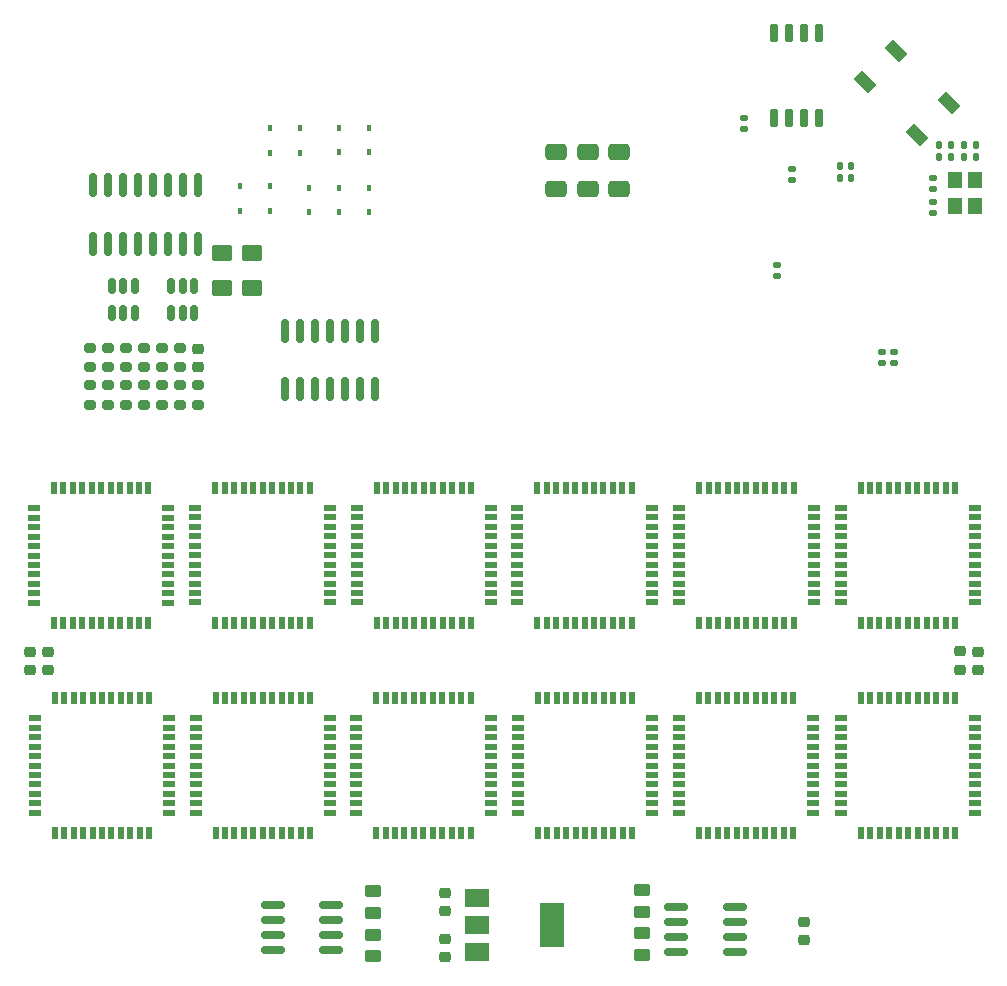
<source format=gbp>
G04 #@! TF.GenerationSoftware,KiCad,Pcbnew,(7.0.0-rc1-358-g86c12d35b4)*
G04 #@! TF.CreationDate,2023-05-11T11:50:55-07:00*
G04 #@! TF.ProjectId,Jumperless2,4a756d70-6572-46c6-9573-73322e6b6963,rev?*
G04 #@! TF.SameCoordinates,Original*
G04 #@! TF.FileFunction,Paste,Bot*
G04 #@! TF.FilePolarity,Positive*
%FSLAX46Y46*%
G04 Gerber Fmt 4.6, Leading zero omitted, Abs format (unit mm)*
G04 Created by KiCad (PCBNEW (7.0.0-rc1-358-g86c12d35b4)) date 2023-05-11 11:50:55*
%MOMM*%
%LPD*%
G01*
G04 APERTURE LIST*
G04 Aperture macros list*
%AMRoundRect*
0 Rectangle with rounded corners*
0 $1 Rounding radius*
0 $2 $3 $4 $5 $6 $7 $8 $9 X,Y pos of 4 corners*
0 Add a 4 corners polygon primitive as box body*
4,1,4,$2,$3,$4,$5,$6,$7,$8,$9,$2,$3,0*
0 Add four circle primitives for the rounded corners*
1,1,$1+$1,$2,$3*
1,1,$1+$1,$4,$5*
1,1,$1+$1,$6,$7*
1,1,$1+$1,$8,$9*
0 Add four rect primitives between the rounded corners*
20,1,$1+$1,$2,$3,$4,$5,0*
20,1,$1+$1,$4,$5,$6,$7,0*
20,1,$1+$1,$6,$7,$8,$9,0*
20,1,$1+$1,$8,$9,$2,$3,0*%
%AMRotRect*
0 Rectangle, with rotation*
0 The origin of the aperture is its center*
0 $1 length*
0 $2 width*
0 $3 Rotation angle, in degrees counterclockwise*
0 Add horizontal line*
21,1,$1,$2,0,0,$3*%
G04 Aperture macros list end*
%ADD10RoundRect,0.140000X-0.170000X0.140000X-0.170000X-0.140000X0.170000X-0.140000X0.170000X0.140000X0*%
%ADD11RoundRect,0.250000X-0.450000X0.262500X-0.450000X-0.262500X0.450000X-0.262500X0.450000X0.262500X0*%
%ADD12RoundRect,0.250001X0.624999X-0.462499X0.624999X0.462499X-0.624999X0.462499X-0.624999X-0.462499X0*%
%ADD13RoundRect,0.250000X0.650000X-0.412500X0.650000X0.412500X-0.650000X0.412500X-0.650000X-0.412500X0*%
%ADD14RoundRect,0.200000X0.275000X-0.200000X0.275000X0.200000X-0.275000X0.200000X-0.275000X-0.200000X0*%
%ADD15R,0.450000X0.600000*%
%ADD16R,1.000000X0.500000*%
%ADD17R,0.500000X1.000000*%
%ADD18RoundRect,0.140000X0.170000X-0.140000X0.170000X0.140000X-0.170000X0.140000X-0.170000X-0.140000X0*%
%ADD19RoundRect,0.150000X0.150000X-0.512500X0.150000X0.512500X-0.150000X0.512500X-0.150000X-0.512500X0*%
%ADD20RoundRect,0.140000X-0.140000X-0.170000X0.140000X-0.170000X0.140000X0.170000X-0.140000X0.170000X0*%
%ADD21RoundRect,0.200000X-0.275000X0.200000X-0.275000X-0.200000X0.275000X-0.200000X0.275000X0.200000X0*%
%ADD22RotRect,1.700000X1.000000X135.000000*%
%ADD23RoundRect,0.225000X-0.250000X0.225000X-0.250000X-0.225000X0.250000X-0.225000X0.250000X0.225000X0*%
%ADD24RoundRect,0.225000X0.250000X-0.225000X0.250000X0.225000X-0.250000X0.225000X-0.250000X-0.225000X0*%
%ADD25R,1.200000X1.400000*%
%ADD26RoundRect,0.150000X-0.150000X0.825000X-0.150000X-0.825000X0.150000X-0.825000X0.150000X0.825000X0*%
%ADD27RoundRect,0.140000X0.140000X0.170000X-0.140000X0.170000X-0.140000X-0.170000X0.140000X-0.170000X0*%
%ADD28RoundRect,0.150000X-0.150000X0.650000X-0.150000X-0.650000X0.150000X-0.650000X0.150000X0.650000X0*%
%ADD29RoundRect,0.135000X-0.135000X-0.185000X0.135000X-0.185000X0.135000X0.185000X-0.135000X0.185000X0*%
%ADD30RoundRect,0.150000X0.825000X0.150000X-0.825000X0.150000X-0.825000X-0.150000X0.825000X-0.150000X0*%
%ADD31R,2.000000X1.500000*%
%ADD32R,2.000000X3.800000*%
%ADD33RoundRect,0.250000X-0.650000X0.412500X-0.650000X-0.412500X0.650000X-0.412500X0.650000X0.412500X0*%
G04 APERTURE END LIST*
D10*
G04 #@! TO.C,C12*
X96190000Y-114046000D03*
X96190000Y-115006000D03*
G04 #@! TD*
G04 #@! TO.C,C17*
X100254000Y-118392000D03*
X100254000Y-119352000D03*
G04 #@! TD*
D11*
G04 #@! TO.C,R20*
X87554000Y-183110500D03*
X87554000Y-184935500D03*
G04 #@! TD*
D12*
G04 #@! TO.C,F1*
X51994000Y-128487500D03*
X51994000Y-125512500D03*
G04 #@! TD*
D13*
G04 #@! TO.C,C6*
X80315000Y-120053500D03*
X80315000Y-116928500D03*
G04 #@! TD*
D14*
G04 #@! TO.C,R16*
X48438000Y-135191000D03*
X48438000Y-133541000D03*
G04 #@! TD*
D15*
G04 #@! TO.C,D62*
X61899999Y-116990999D03*
X61899999Y-114890999D03*
G04 #@! TD*
G04 #@! TO.C,D66*
X56057999Y-121953999D03*
X56057999Y-119853999D03*
G04 #@! TD*
D16*
G04 #@! TO.C,F5*
X61185999Y-164894999D03*
X61185999Y-165694999D03*
X61185999Y-166494999D03*
X61185999Y-167294999D03*
X61185999Y-168094999D03*
X61185999Y-168894999D03*
X61185999Y-169694999D03*
X61185999Y-170494999D03*
X61185999Y-171294999D03*
X61185999Y-172094999D03*
X61185999Y-172894999D03*
D17*
X59485999Y-174594999D03*
X58685999Y-174594999D03*
X57885999Y-174594999D03*
X57085999Y-174594999D03*
X56285999Y-174594999D03*
X55485999Y-174594999D03*
X54685999Y-174594999D03*
X53885999Y-174594999D03*
X53085999Y-174594999D03*
X52285999Y-174594999D03*
X51485999Y-174594999D03*
D16*
X49785999Y-172894999D03*
X49785999Y-172094999D03*
X49785999Y-171294999D03*
X49785999Y-170494999D03*
X49785999Y-169694999D03*
X49785999Y-168894999D03*
X49785999Y-168094999D03*
X49785999Y-167294999D03*
X49785999Y-166494999D03*
X49785999Y-165694999D03*
X49785999Y-164894999D03*
D17*
X51485999Y-163194999D03*
X52285999Y-163194999D03*
X53085999Y-163194999D03*
X53885999Y-163194999D03*
X54685999Y-163194999D03*
X55485999Y-163194999D03*
X56285999Y-163194999D03*
X57085999Y-163194999D03*
X57885999Y-163194999D03*
X58685999Y-163194999D03*
X59485999Y-163194999D03*
G04 #@! TD*
D11*
G04 #@! TO.C,R4*
X87554000Y-179451000D03*
X87554000Y-181276000D03*
G04 #@! TD*
G04 #@! TO.C,R21*
X64850000Y-183237500D03*
X64850000Y-185062500D03*
G04 #@! TD*
D14*
G04 #@! TO.C,R13*
X46914000Y-138366000D03*
X46914000Y-136716000D03*
G04 #@! TD*
G04 #@! TO.C,R11*
X42342000Y-135191000D03*
X42342000Y-133541000D03*
G04 #@! TD*
D18*
G04 #@! TO.C,C10*
X112192000Y-120114000D03*
X112192000Y-119154000D03*
G04 #@! TD*
D19*
G04 #@! TO.C,U5*
X49642000Y-130556000D03*
X48692000Y-130556000D03*
X47742000Y-130556000D03*
X47742000Y-128281000D03*
X48692000Y-128281000D03*
X49642000Y-128281000D03*
G04 #@! TD*
D20*
G04 #@! TO.C,C14*
X112756000Y-116332000D03*
X113716000Y-116332000D03*
G04 #@! TD*
D16*
G04 #@! TO.C,I1*
X74823999Y-147091599D03*
X74823999Y-147891599D03*
X74823999Y-148691599D03*
X74823999Y-149491599D03*
X74823999Y-150291599D03*
X74823999Y-151091599D03*
X74823999Y-151891599D03*
X74823999Y-152691599D03*
X74823999Y-153491599D03*
X74823999Y-154291599D03*
X74823999Y-155091599D03*
D17*
X73123999Y-156791599D03*
X72323999Y-156791599D03*
X71523999Y-156791599D03*
X70723999Y-156791599D03*
X69923999Y-156791599D03*
X69123999Y-156791599D03*
X68323999Y-156791599D03*
X67523999Y-156791599D03*
X66723999Y-156791599D03*
X65923999Y-156791599D03*
X65123999Y-156791599D03*
D16*
X63423999Y-155091599D03*
X63423999Y-154291599D03*
X63423999Y-153491599D03*
X63423999Y-152691599D03*
X63423999Y-151891599D03*
X63423999Y-151091599D03*
X63423999Y-150291599D03*
X63423999Y-149491599D03*
X63423999Y-148691599D03*
X63423999Y-147891599D03*
X63423999Y-147091599D03*
D17*
X65123999Y-145391599D03*
X65923999Y-145391599D03*
X66723999Y-145391599D03*
X67523999Y-145391599D03*
X68323999Y-145391599D03*
X69123999Y-145391599D03*
X69923999Y-145391599D03*
X70723999Y-145391599D03*
X71523999Y-145391599D03*
X72323999Y-145391599D03*
X73123999Y-145391599D03*
G04 #@! TD*
D11*
G04 #@! TO.C,R1*
X64821000Y-179554500D03*
X64821000Y-181379500D03*
G04 #@! TD*
D21*
G04 #@! TO.C,R17*
X46914000Y-133541000D03*
X46914000Y-135191000D03*
G04 #@! TD*
D22*
G04 #@! TO.C,SW1*
X113578488Y-112821682D03*
X109123716Y-108366910D03*
X110891482Y-115508688D03*
X106436710Y-111053916D03*
G04 #@! TD*
D14*
G04 #@! TO.C,R7*
X43866000Y-135191000D03*
X43866000Y-133541000D03*
G04 #@! TD*
D16*
G04 #@! TO.C,D70*
X115795999Y-147089599D03*
X115795999Y-147889599D03*
X115795999Y-148689599D03*
X115795999Y-149489599D03*
X115795999Y-150289599D03*
X115795999Y-151089599D03*
X115795999Y-151889599D03*
X115795999Y-152689599D03*
X115795999Y-153489599D03*
X115795999Y-154289599D03*
X115795999Y-155089599D03*
D17*
X114095999Y-156789599D03*
X113295999Y-156789599D03*
X112495999Y-156789599D03*
X111695999Y-156789599D03*
X110895999Y-156789599D03*
X110095999Y-156789599D03*
X109295999Y-156789599D03*
X108495999Y-156789599D03*
X107695999Y-156789599D03*
X106895999Y-156789599D03*
X106095999Y-156789599D03*
D16*
X104395999Y-155089599D03*
X104395999Y-154289599D03*
X104395999Y-153489599D03*
X104395999Y-152689599D03*
X104395999Y-151889599D03*
X104395999Y-151089599D03*
X104395999Y-150289599D03*
X104395999Y-149489599D03*
X104395999Y-148689599D03*
X104395999Y-147889599D03*
X104395999Y-147089599D03*
D17*
X106095999Y-145389599D03*
X106895999Y-145389599D03*
X107695999Y-145389599D03*
X108495999Y-145389599D03*
X109295999Y-145389599D03*
X110095999Y-145389599D03*
X110895999Y-145389599D03*
X111695999Y-145389599D03*
X112495999Y-145389599D03*
X113295999Y-145389599D03*
X114095999Y-145389599D03*
G04 #@! TD*
D19*
G04 #@! TO.C,U3*
X44628000Y-130556000D03*
X43678000Y-130556000D03*
X42728000Y-130556000D03*
X42728000Y-128281000D03*
X43678000Y-128281000D03*
X44628000Y-128281000D03*
G04 #@! TD*
D23*
G04 #@! TO.C,C8*
X70917000Y-183555000D03*
X70917000Y-185105000D03*
G04 #@! TD*
D16*
G04 #@! TO.C,L1*
X88427999Y-147091599D03*
X88427999Y-147891599D03*
X88427999Y-148691599D03*
X88427999Y-149491599D03*
X88427999Y-150291599D03*
X88427999Y-151091599D03*
X88427999Y-151891599D03*
X88427999Y-152691599D03*
X88427999Y-153491599D03*
X88427999Y-154291599D03*
X88427999Y-155091599D03*
D17*
X86727999Y-156791599D03*
X85927999Y-156791599D03*
X85127999Y-156791599D03*
X84327999Y-156791599D03*
X83527999Y-156791599D03*
X82727999Y-156791599D03*
X81927999Y-156791599D03*
X81127999Y-156791599D03*
X80327999Y-156791599D03*
X79527999Y-156791599D03*
X78727999Y-156791599D03*
D16*
X77027999Y-155091599D03*
X77027999Y-154291599D03*
X77027999Y-153491599D03*
X77027999Y-152691599D03*
X77027999Y-151891599D03*
X77027999Y-151091599D03*
X77027999Y-150291599D03*
X77027999Y-149491599D03*
X77027999Y-148691599D03*
X77027999Y-147891599D03*
X77027999Y-147091599D03*
D17*
X78727999Y-145391599D03*
X79527999Y-145391599D03*
X80327999Y-145391599D03*
X81127999Y-145391599D03*
X81927999Y-145391599D03*
X82727999Y-145391599D03*
X83527999Y-145391599D03*
X84327999Y-145391599D03*
X85127999Y-145391599D03*
X85927999Y-145391599D03*
X86727999Y-145391599D03*
G04 #@! TD*
D10*
G04 #@! TO.C,C21*
X107874000Y-133886000D03*
X107874000Y-134846000D03*
G04 #@! TD*
D15*
G04 #@! TO.C,D68*
X64439999Y-119970999D03*
X64439999Y-122070999D03*
G04 #@! TD*
D24*
G04 #@! TO.C,C23*
X49962000Y-135141000D03*
X49962000Y-133591000D03*
G04 #@! TD*
D25*
G04 #@! TO.C,Y1*
X114096999Y-121538999D03*
X114096999Y-119338999D03*
X115796999Y-119338999D03*
X115796999Y-121538999D03*
G04 #@! TD*
D26*
G04 #@! TO.C,U7*
X57328000Y-132080000D03*
X58598000Y-132080000D03*
X59868000Y-132080000D03*
X61138000Y-132080000D03*
X62408000Y-132080000D03*
X63678000Y-132080000D03*
X64948000Y-132080000D03*
X64948000Y-137030000D03*
X63678000Y-137030000D03*
X62408000Y-137030000D03*
X61138000Y-137030000D03*
X59868000Y-137030000D03*
X58598000Y-137030000D03*
X57328000Y-137030000D03*
G04 #@! TD*
D15*
G04 #@! TO.C,D61*
X64439999Y-114890999D03*
X64439999Y-116990999D03*
G04 #@! TD*
D26*
G04 #@! TO.C,U10*
X41072000Y-119764000D03*
X42342000Y-119764000D03*
X43612000Y-119764000D03*
X44882000Y-119764000D03*
X46152000Y-119764000D03*
X47422000Y-119764000D03*
X48692000Y-119764000D03*
X49962000Y-119764000D03*
X49962000Y-124714000D03*
X48692000Y-124714000D03*
X47422000Y-124714000D03*
X46152000Y-124714000D03*
X44882000Y-124714000D03*
X43612000Y-124714000D03*
X42342000Y-124714000D03*
X41072000Y-124714000D03*
G04 #@! TD*
D27*
G04 #@! TO.C,C9*
X105306000Y-119126000D03*
X104346000Y-119126000D03*
G04 #@! TD*
D16*
G04 #@! TO.C,J6*
X74775999Y-164894999D03*
X74775999Y-165694999D03*
X74775999Y-166494999D03*
X74775999Y-167294999D03*
X74775999Y-168094999D03*
X74775999Y-168894999D03*
X74775999Y-169694999D03*
X74775999Y-170494999D03*
X74775999Y-171294999D03*
X74775999Y-172094999D03*
X74775999Y-172894999D03*
D17*
X73075999Y-174594999D03*
X72275999Y-174594999D03*
X71475999Y-174594999D03*
X70675999Y-174594999D03*
X69875999Y-174594999D03*
X69075999Y-174594999D03*
X68275999Y-174594999D03*
X67475999Y-174594999D03*
X66675999Y-174594999D03*
X65875999Y-174594999D03*
X65075999Y-174594999D03*
D16*
X63375999Y-172894999D03*
X63375999Y-172094999D03*
X63375999Y-171294999D03*
X63375999Y-170494999D03*
X63375999Y-169694999D03*
X63375999Y-168894999D03*
X63375999Y-168094999D03*
X63375999Y-167294999D03*
X63375999Y-166494999D03*
X63375999Y-165694999D03*
X63375999Y-164894999D03*
D17*
X65075999Y-163194999D03*
X65875999Y-163194999D03*
X66675999Y-163194999D03*
X67475999Y-163194999D03*
X68275999Y-163194999D03*
X69075999Y-163194999D03*
X69875999Y-163194999D03*
X70675999Y-163194999D03*
X71475999Y-163194999D03*
X72275999Y-163194999D03*
X73075999Y-163194999D03*
G04 #@! TD*
D14*
G04 #@! TO.C,R8*
X40818000Y-138366000D03*
X40818000Y-136716000D03*
G04 #@! TD*
G04 #@! TO.C,R15*
X48438000Y-138367000D03*
X48438000Y-136717000D03*
G04 #@! TD*
D16*
G04 #@! TO.C,A2*
X47496399Y-147119599D03*
X47496399Y-147919599D03*
X47496399Y-148719599D03*
X47496399Y-149519599D03*
X47496399Y-150319599D03*
X47496399Y-151119599D03*
X47496399Y-151919599D03*
X47496399Y-152719599D03*
X47496399Y-153519599D03*
X47496399Y-154319599D03*
X47496399Y-155119599D03*
D17*
X45796399Y-156819599D03*
X44996399Y-156819599D03*
X44196399Y-156819599D03*
X43396399Y-156819599D03*
X42596399Y-156819599D03*
X41796399Y-156819599D03*
X40996399Y-156819599D03*
X40196399Y-156819599D03*
X39396399Y-156819599D03*
X38596399Y-156819599D03*
X37796399Y-156819599D03*
D16*
X36096399Y-155119599D03*
X36096399Y-154319599D03*
X36096399Y-153519599D03*
X36096399Y-152719599D03*
X36096399Y-151919599D03*
X36096399Y-151119599D03*
X36096399Y-150319599D03*
X36096399Y-149519599D03*
X36096399Y-148719599D03*
X36096399Y-147919599D03*
X36096399Y-147119599D03*
D17*
X37796399Y-145419599D03*
X38596399Y-145419599D03*
X39396399Y-145419599D03*
X40196399Y-145419599D03*
X40996399Y-145419599D03*
X41796399Y-145419599D03*
X42596399Y-145419599D03*
X43396399Y-145419599D03*
X44196399Y-145419599D03*
X44996399Y-145419599D03*
X45796399Y-145419599D03*
G04 #@! TD*
D13*
G04 #@! TO.C,C4*
X82982000Y-120053500D03*
X82982000Y-116928500D03*
G04 #@! TD*
D28*
G04 #@! TO.C,U8*
X98730000Y-106890000D03*
X100000000Y-106890000D03*
X101270000Y-106890000D03*
X102540000Y-106890000D03*
X102540000Y-114090000D03*
X101270000Y-114090000D03*
X100000000Y-114090000D03*
X98730000Y-114090000D03*
G04 #@! TD*
D18*
G04 #@! TO.C,C19*
X98984000Y-127480000D03*
X98984000Y-126520000D03*
G04 #@! TD*
D16*
G04 #@! TO.C,G1*
X102105999Y-164894999D03*
X102105999Y-165694999D03*
X102105999Y-166494999D03*
X102105999Y-167294999D03*
X102105999Y-168094999D03*
X102105999Y-168894999D03*
X102105999Y-169694999D03*
X102105999Y-170494999D03*
X102105999Y-171294999D03*
X102105999Y-172094999D03*
X102105999Y-172894999D03*
D17*
X100405999Y-174594999D03*
X99605999Y-174594999D03*
X98805999Y-174594999D03*
X98005999Y-174594999D03*
X97205999Y-174594999D03*
X96405999Y-174594999D03*
X95605999Y-174594999D03*
X94805999Y-174594999D03*
X94005999Y-174594999D03*
X93205999Y-174594999D03*
X92405999Y-174594999D03*
D16*
X90705999Y-172894999D03*
X90705999Y-172094999D03*
X90705999Y-171294999D03*
X90705999Y-170494999D03*
X90705999Y-169694999D03*
X90705999Y-168894999D03*
X90705999Y-168094999D03*
X90705999Y-167294999D03*
X90705999Y-166494999D03*
X90705999Y-165694999D03*
X90705999Y-164894999D03*
D17*
X92405999Y-163194999D03*
X93205999Y-163194999D03*
X94005999Y-163194999D03*
X94805999Y-163194999D03*
X95605999Y-163194999D03*
X96405999Y-163194999D03*
X97205999Y-163194999D03*
X98005999Y-163194999D03*
X98805999Y-163194999D03*
X99605999Y-163194999D03*
X100405999Y-163194999D03*
G04 #@! TD*
D29*
G04 #@! TO.C,R12*
X114855000Y-116332000D03*
X115875000Y-116332000D03*
G04 #@! TD*
D14*
G04 #@! TO.C,R9*
X40818000Y-135191000D03*
X40818000Y-133541000D03*
G04 #@! TD*
D23*
G04 #@! TO.C,C16*
X114478000Y-159232000D03*
X114478000Y-160782000D03*
G04 #@! TD*
D16*
G04 #@! TO.C,B1*
X61173599Y-147091599D03*
X61173599Y-147891599D03*
X61173599Y-148691599D03*
X61173599Y-149491599D03*
X61173599Y-150291599D03*
X61173599Y-151091599D03*
X61173599Y-151891599D03*
X61173599Y-152691599D03*
X61173599Y-153491599D03*
X61173599Y-154291599D03*
X61173599Y-155091599D03*
D17*
X59473599Y-156791599D03*
X58673599Y-156791599D03*
X57873599Y-156791599D03*
X57073599Y-156791599D03*
X56273599Y-156791599D03*
X55473599Y-156791599D03*
X54673599Y-156791599D03*
X53873599Y-156791599D03*
X53073599Y-156791599D03*
X52273599Y-156791599D03*
X51473599Y-156791599D03*
D16*
X49773599Y-155091599D03*
X49773599Y-154291599D03*
X49773599Y-153491599D03*
X49773599Y-152691599D03*
X49773599Y-151891599D03*
X49773599Y-151091599D03*
X49773599Y-150291599D03*
X49773599Y-149491599D03*
X49773599Y-148691599D03*
X49773599Y-147891599D03*
X49773599Y-147091599D03*
D17*
X51473599Y-145391599D03*
X52273599Y-145391599D03*
X53073599Y-145391599D03*
X53873599Y-145391599D03*
X54673599Y-145391599D03*
X55473599Y-145391599D03*
X56273599Y-145391599D03*
X57073599Y-145391599D03*
X57873599Y-145391599D03*
X58673599Y-145391599D03*
X59473599Y-145391599D03*
G04 #@! TD*
D16*
G04 #@! TO.C,E1*
X47571999Y-164894999D03*
X47571999Y-165694999D03*
X47571999Y-166494999D03*
X47571999Y-167294999D03*
X47571999Y-168094999D03*
X47571999Y-168894999D03*
X47571999Y-169694999D03*
X47571999Y-170494999D03*
X47571999Y-171294999D03*
X47571999Y-172094999D03*
X47571999Y-172894999D03*
D17*
X45871999Y-174594999D03*
X45071999Y-174594999D03*
X44271999Y-174594999D03*
X43471999Y-174594999D03*
X42671999Y-174594999D03*
X41871999Y-174594999D03*
X41071999Y-174594999D03*
X40271999Y-174594999D03*
X39471999Y-174594999D03*
X38671999Y-174594999D03*
X37871999Y-174594999D03*
D16*
X36171999Y-172894999D03*
X36171999Y-172094999D03*
X36171999Y-171294999D03*
X36171999Y-170494999D03*
X36171999Y-169694999D03*
X36171999Y-168894999D03*
X36171999Y-168094999D03*
X36171999Y-167294999D03*
X36171999Y-166494999D03*
X36171999Y-165694999D03*
X36171999Y-164894999D03*
D17*
X37871999Y-163194999D03*
X38671999Y-163194999D03*
X39471999Y-163194999D03*
X40271999Y-163194999D03*
X41071999Y-163194999D03*
X41871999Y-163194999D03*
X42671999Y-163194999D03*
X43471999Y-163194999D03*
X44271999Y-163194999D03*
X45071999Y-163194999D03*
X45871999Y-163194999D03*
G04 #@! TD*
D15*
G04 #@! TO.C,D65*
X59359999Y-119970999D03*
X59359999Y-122070999D03*
G04 #@! TD*
D30*
G04 #@! TO.C,U6*
X95428000Y-180848000D03*
X95428000Y-182118000D03*
X95428000Y-183388000D03*
X95428000Y-184658000D03*
X90478000Y-184658000D03*
X90478000Y-183388000D03*
X90478000Y-182118000D03*
X90478000Y-180848000D03*
G04 #@! TD*
D16*
G04 #@! TO.C,H1*
X115819599Y-164894999D03*
X115819599Y-165694999D03*
X115819599Y-166494999D03*
X115819599Y-167294999D03*
X115819599Y-168094999D03*
X115819599Y-168894999D03*
X115819599Y-169694999D03*
X115819599Y-170494999D03*
X115819599Y-171294999D03*
X115819599Y-172094999D03*
X115819599Y-172894999D03*
D17*
X114119599Y-174594999D03*
X113319599Y-174594999D03*
X112519599Y-174594999D03*
X111719599Y-174594999D03*
X110919599Y-174594999D03*
X110119599Y-174594999D03*
X109319599Y-174594999D03*
X108519599Y-174594999D03*
X107719599Y-174594999D03*
X106919599Y-174594999D03*
X106119599Y-174594999D03*
D16*
X104419599Y-172894999D03*
X104419599Y-172094999D03*
X104419599Y-171294999D03*
X104419599Y-170494999D03*
X104419599Y-169694999D03*
X104419599Y-168894999D03*
X104419599Y-168094999D03*
X104419599Y-167294999D03*
X104419599Y-166494999D03*
X104419599Y-165694999D03*
X104419599Y-164894999D03*
D17*
X106119599Y-163194999D03*
X106919599Y-163194999D03*
X107719599Y-163194999D03*
X108519599Y-163194999D03*
X109319599Y-163194999D03*
X110119599Y-163194999D03*
X110919599Y-163194999D03*
X111719599Y-163194999D03*
X112519599Y-163194999D03*
X113319599Y-163194999D03*
X114119599Y-163194999D03*
G04 #@! TD*
D14*
G04 #@! TO.C,R14*
X45390000Y-138366000D03*
X45390000Y-136716000D03*
G04 #@! TD*
D18*
G04 #@! TO.C,C18*
X112192000Y-122146000D03*
X112192000Y-121186000D03*
G04 #@! TD*
D29*
G04 #@! TO.C,R5*
X114857000Y-117348000D03*
X115877000Y-117348000D03*
G04 #@! TD*
D10*
G04 #@! TO.C,C11*
X108890000Y-133886000D03*
X108890000Y-134846000D03*
G04 #@! TD*
D23*
G04 #@! TO.C,C7*
X70917000Y-179679000D03*
X70917000Y-181229000D03*
G04 #@! TD*
D14*
G04 #@! TO.C,R19*
X45390000Y-135191000D03*
X45390000Y-133541000D03*
G04 #@! TD*
D31*
G04 #@! TO.C,U2*
X73633999Y-184671999D03*
X73633999Y-182371999D03*
D32*
X79933999Y-182371999D03*
D31*
X73633999Y-180071999D03*
G04 #@! TD*
D15*
G04 #@! TO.C,D67*
X61899999Y-122069999D03*
X61899999Y-119969999D03*
G04 #@! TD*
D24*
G04 #@! TO.C,C22*
X101270000Y-183655000D03*
X101270000Y-182105000D03*
G04 #@! TD*
D15*
G04 #@! TO.C,D63*
X58597999Y-114900999D03*
X58597999Y-117000999D03*
G04 #@! TD*
D14*
G04 #@! TO.C,R10*
X42342000Y-138366000D03*
X42342000Y-136716000D03*
G04 #@! TD*
D24*
G04 #@! TO.C,C15*
X35738000Y-160795000D03*
X35738000Y-159245000D03*
G04 #@! TD*
D15*
G04 #@! TO.C,D69*
X53517999Y-119853999D03*
X53517999Y-121953999D03*
G04 #@! TD*
D14*
G04 #@! TO.C,R6*
X43866000Y-138366000D03*
X43866000Y-136716000D03*
G04 #@! TD*
D12*
G04 #@! TO.C,F4*
X54534000Y-128487500D03*
X54534000Y-125512500D03*
G04 #@! TD*
D16*
G04 #@! TO.C,C26*
X102128999Y-147089599D03*
X102128999Y-147889599D03*
X102128999Y-148689599D03*
X102128999Y-149489599D03*
X102128999Y-150289599D03*
X102128999Y-151089599D03*
X102128999Y-151889599D03*
X102128999Y-152689599D03*
X102128999Y-153489599D03*
X102128999Y-154289599D03*
X102128999Y-155089599D03*
D17*
X100428999Y-156789599D03*
X99628999Y-156789599D03*
X98828999Y-156789599D03*
X98028999Y-156789599D03*
X97228999Y-156789599D03*
X96428999Y-156789599D03*
X95628999Y-156789599D03*
X94828999Y-156789599D03*
X94028999Y-156789599D03*
X93228999Y-156789599D03*
X92428999Y-156789599D03*
D16*
X90728999Y-155089599D03*
X90728999Y-154289599D03*
X90728999Y-153489599D03*
X90728999Y-152689599D03*
X90728999Y-151889599D03*
X90728999Y-151089599D03*
X90728999Y-150289599D03*
X90728999Y-149489599D03*
X90728999Y-148689599D03*
X90728999Y-147889599D03*
X90728999Y-147089599D03*
D17*
X92428999Y-145389599D03*
X93228999Y-145389599D03*
X94028999Y-145389599D03*
X94828999Y-145389599D03*
X95628999Y-145389599D03*
X96428999Y-145389599D03*
X97228999Y-145389599D03*
X98028999Y-145389599D03*
X98828999Y-145389599D03*
X99628999Y-145389599D03*
X100428999Y-145389599D03*
G04 #@! TD*
D20*
G04 #@! TO.C,C13*
X112756000Y-117348000D03*
X113716000Y-117348000D03*
G04 #@! TD*
D23*
G04 #@! TO.C,C24*
X116002000Y-159245000D03*
X116002000Y-160795000D03*
G04 #@! TD*
D33*
G04 #@! TO.C,C1*
X85649000Y-116928500D03*
X85649000Y-120053500D03*
G04 #@! TD*
D15*
G04 #@! TO.C,D64*
X56057999Y-116999999D03*
X56057999Y-114899999D03*
G04 #@! TD*
D16*
G04 #@! TO.C,K1*
X88465999Y-164894999D03*
X88465999Y-165694999D03*
X88465999Y-166494999D03*
X88465999Y-167294999D03*
X88465999Y-168094999D03*
X88465999Y-168894999D03*
X88465999Y-169694999D03*
X88465999Y-170494999D03*
X88465999Y-171294999D03*
X88465999Y-172094999D03*
X88465999Y-172894999D03*
D17*
X86765999Y-174594999D03*
X85965999Y-174594999D03*
X85165999Y-174594999D03*
X84365999Y-174594999D03*
X83565999Y-174594999D03*
X82765999Y-174594999D03*
X81965999Y-174594999D03*
X81165999Y-174594999D03*
X80365999Y-174594999D03*
X79565999Y-174594999D03*
X78765999Y-174594999D03*
D16*
X77065999Y-172894999D03*
X77065999Y-172094999D03*
X77065999Y-171294999D03*
X77065999Y-170494999D03*
X77065999Y-169694999D03*
X77065999Y-168894999D03*
X77065999Y-168094999D03*
X77065999Y-167294999D03*
X77065999Y-166494999D03*
X77065999Y-165694999D03*
X77065999Y-164894999D03*
D17*
X78765999Y-163194999D03*
X79565999Y-163194999D03*
X80365999Y-163194999D03*
X81165999Y-163194999D03*
X81965999Y-163194999D03*
X82765999Y-163194999D03*
X83565999Y-163194999D03*
X84365999Y-163194999D03*
X85165999Y-163194999D03*
X85965999Y-163194999D03*
X86765999Y-163194999D03*
G04 #@! TD*
D27*
G04 #@! TO.C,C20*
X105306000Y-118110000D03*
X104346000Y-118110000D03*
G04 #@! TD*
D21*
G04 #@! TO.C,R18*
X49962000Y-136716000D03*
X49962000Y-138366000D03*
G04 #@! TD*
D24*
G04 #@! TO.C,C25*
X37262000Y-160795000D03*
X37262000Y-159245000D03*
G04 #@! TD*
D30*
G04 #@! TO.C,U4*
X61262000Y-180721000D03*
X61262000Y-181991000D03*
X61262000Y-183261000D03*
X61262000Y-184531000D03*
X56312000Y-184531000D03*
X56312000Y-183261000D03*
X56312000Y-181991000D03*
X56312000Y-180721000D03*
G04 #@! TD*
M02*

</source>
